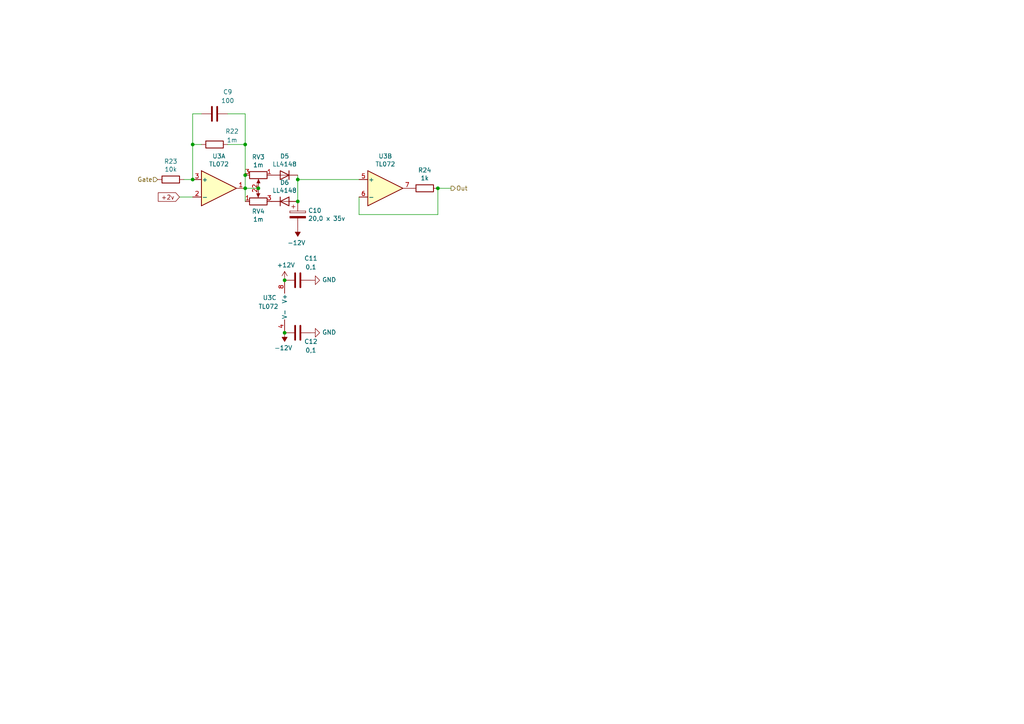
<source format=kicad_sch>
(kicad_sch (version 20211123) (generator eeschema)
  (paper "A4")
  (lib_symbols
    (symbol "Amplifier_Operational:TL072" (pin_names (offset 0.127))
      (property "Reference" "U" (at 0 5.08 0))
      (property "Value" "TL072" (at 0 -5.08 0))
      (symbol "TL072_1_1"
        (polyline (pts (xy -5.08 5.08) (xy 5.08 0) (xy -5.08 -5.08) (xy -5.08 5.08)) (stroke (width 0.254)) (fill (type background)))
        (pin output line (at 7.62 0 180) (length 2.54) (name "~") (number "1"))
        (pin input line (at -7.62 -2.54 0) (length 2.54) (name "-") (number "2"))
        (pin input line (at -7.62 2.54 0) (length 2.54) (name "+") (number "3"))
      )
      (symbol "TL072_2_1"
        (polyline (pts (xy -5.08 5.08) (xy 5.08 0) (xy -5.08 -5.08) (xy -5.08 5.08)) (stroke (width 0.254)) (fill (type background)))
        (pin input line (at -7.62 2.54 0) (length 2.54) (name "+") (number "5"))
        (pin input line (at -7.62 -2.54 0) (length 2.54) (name "-") (number "6"))
        (pin output line (at 7.62 0 180) (length 2.54) (name "~") (number "7"))
      )
      (symbol "TL072_3_1"
        (pin power_in line (at -2.54 -7.62 90) (length 3.81) (name "V-") (number "4"))
        (pin power_in line (at -2.54 7.62 270) (length 3.81) (name "V+") (number "8"))
      )
    )
    (symbol "Device:C" (pin_numbers hide) (pin_names (offset 0.254))
      (property "Reference" "C" (at 0.635 2.54 0))
      (property "Value" "C" (at 0.635 -2.54 0))
      (symbol "C_0_1"
        (polyline (pts (xy -2.032 -0.762) (xy 2.032 -0.762)) (stroke (width 0.508)))
        (polyline (pts (xy -2.032 0.762) (xy 2.032 0.762)) (stroke (width 0.508)))
      )
      (symbol "C_1_1"
        (pin passive line (at 0 3.81 270) (length 2.794) (name "~") (number "1"))
        (pin passive line (at 0 -3.81 90) (length 2.794) (name "~") (number "2"))
      )
    )
    (symbol "Device:R" (pin_numbers hide) (pin_names (offset 0))
      (property "Reference" "R" (at 2.032 0 90))
      (property "Value" "R" (at 0 0 90))
      (symbol "R_0_1"
        (rectangle (start -1.016 -2.54) (end 1.016 2.54) (stroke (width 0.254)))
      )
      (symbol "R_1_1"
        (pin passive line (at 0 3.81 270) (length 1.27) (name "~") (number "1"))
        (pin passive line (at 0 -3.81 90) (length 1.27) (name "~") (number "2"))
      )
    )
    (symbol "Diode:LL4148" (pin_numbers hide) (pin_names hide)
      (property "Reference" "D" (at 0 2.54 0))
      (property "Value" "LL4148" (at 0 -2.54 0))
      (symbol "LL4148_0_1"
        (polyline (pts (xy -1.27 1.27) (xy -1.27 -1.27)) (stroke (width 0.254)))
        (polyline (pts (xy 1.27 0) (xy -1.27 0)))
        (polyline (pts (xy 1.27 1.27) (xy 1.27 -1.27) (xy -1.27 0) (xy 1.27 1.27)) (stroke (width 0.254)))
      )
      (symbol "LL4148_1_1"
        (pin passive line (at -3.81 0 0) (length 2.54) (name "K") (number "1"))
        (pin passive line (at 3.81 0 180) (length 2.54) (name "A") (number "2"))
      )
    )
    (symbol "dz_ADAR-rescue:CP-Device" (pin_numbers hide) (pin_names (offset 0.254))
      (property "Reference" "C" (at 0.635 2.54 0))
      (property "Value" "CP-Device" (at 0.635 -2.54 0))
      (symbol "CP-Device_0_1"
        (rectangle (start -2.286 0.508) (end -2.286 1.016))
        (rectangle (start -2.286 0.508) (end 2.286 0.508))
        (polyline (pts (xy -1.778 2.286) (xy -0.762 2.286)))
        (polyline (pts (xy -1.27 2.794) (xy -1.27 1.778)))
        (rectangle (start 2.286 -0.508) (end -2.286 -1.016) (fill (type outline)))
        (rectangle (start 2.286 1.016) (end -2.286 1.016))
        (rectangle (start 2.286 1.016) (end 2.286 0.508))
      )
      (symbol "CP-Device_1_1"
        (pin passive line (at 0 3.81 270) (length 2.794) (name "~") (number "1"))
        (pin passive line (at 0 -3.81 90) (length 2.794) (name "~") (number "2"))
      )
    )
    (symbol "dz_ADAR-rescue:R_POT-Device" (pin_names (offset 1.016) hide)
      (property "Reference" "RV" (at -4.445 0 90))
      (property "Value" "R_POT-Device" (at -2.54 0 90))
      (symbol "R_POT-Device_0_1"
        (polyline (pts (xy 2.54 0) (xy 1.524 0)))
        (polyline (pts (xy 1.143 0) (xy 2.286 0.508) (xy 2.286 -0.508)) (fill (type outline)))
        (rectangle (start 1.016 2.54) (end -1.016 -2.54) (stroke (width 0.254)))
      )
      (symbol "R_POT-Device_1_1"
        (pin passive line (at 0 3.81 270) (length 1.27) (name "1") (number "1"))
        (pin passive line (at 3.81 0 180) (length 1.27) (name "2") (number "2"))
        (pin passive line (at 0 -3.81 90) (length 1.27) (name "3") (number "3"))
      )
    )
    (symbol "power:+12V" (power) (pin_names (offset 0))
      (property "Value" "+12V" (at 0 3.556 0))
      (symbol "+12V_0_1"
        (polyline (pts (xy -0.762 1.27) (xy 0 2.54)))
        (polyline (pts (xy 0 0) (xy 0 2.54)))
        (polyline (pts (xy 0 2.54) (xy 0.762 1.27)))
      )
      (symbol "+12V_1_1"
        (pin power_in line (at 0 0 90) (length 0) hide (name "+12V") (number "1"))
      )
    )
    (symbol "power:-12V" (power) (pin_names (offset 0))
      (property "Value" "-12V" (at 0 3.81 0))
      (symbol "-12V_0_0"
        (pin power_in line (at 0 0 90) (length 0) hide (name "-12V") (number "1"))
      )
      (symbol "-12V_0_1"
        (polyline (pts (xy 0 0) (xy 0 1.27) (xy 0.762 1.27) (xy 0 2.54) (xy -0.762 1.27) (xy 0 1.27)) (fill (type outline)))
      )
    )
    (symbol "power:GND" (power) (pin_names (offset 0))
      (property "Value" "GND" (at 0 -3.81 0))
      (symbol "GND_0_1"
        (polyline (pts (xy 0 0) (xy 0 -1.27) (xy 1.27 -1.27) (xy 0 -2.54) (xy -1.27 -1.27) (xy 0 -1.27)))
      )
      (symbol "GND_1_1"
        (pin power_in line (at 0 0 270) (length 0) hide (name "GND") (number "1"))
      )
    )
  )
  (junction (at 55.88 41.91))
  (junction (at 71.12 50.8))
  (junction (at 127 54.61))
  (junction (at 82.55 96.52))
  (junction (at 55.88 52.07))
  (junction (at 86.36 58.42))
  (junction (at 74.93 54.61))
  (junction (at 86.36 52.07))
  (junction (at 71.12 54.61))
  (junction (at 82.55 81.28))
  (junction (at 71.12 41.91))
  (wire (pts (xy 127 54.61) (xy 130.81 54.61)))
  (wire (pts (xy 86.36 50.8) (xy 86.36 52.07)))
  (wire (pts (xy 55.88 33.02) (xy 55.88 41.91)))
  (wire (pts (xy 71.12 33.02) (xy 66.04 33.02)))
  (wire (pts (xy 71.12 54.61) (xy 71.12 58.42)))
  (wire (pts (xy 104.14 57.15) (xy 104.14 62.23)))
  (wire (pts (xy 127 62.23) (xy 127 54.61)))
  (wire (pts (xy 104.14 62.23) (xy 127 62.23)))
  (wire (pts (xy 71.12 41.91) (xy 66.04 41.91)))
  (wire (pts (xy 71.12 41.91) (xy 71.12 33.02)))
  (wire (pts (xy 71.12 50.8) (xy 71.12 54.61)))
  (wire (pts (xy 71.12 50.8) (xy 71.12 41.91)))
  (wire (pts (xy 58.42 33.02) (xy 55.88 33.02)))
  (wire (pts (xy 71.12 54.61) (xy 74.93 54.61)))
  (wire (pts (xy 55.88 52.07) (xy 53.34 52.07)))
  (wire (pts (xy 52.07 57.15) (xy 55.88 57.15)))
  (wire (pts (xy 55.88 41.91) (xy 58.42 41.91)))
  (wire (pts (xy 104.14 52.07) (xy 86.36 52.07)))
  (wire (pts (xy 55.88 52.07) (xy 55.88 41.91)))
  (wire (pts (xy 86.36 52.07) (xy 86.36 58.42)))
  (global_label "+2v" (shape input) (at 52.07 57.15 180) (property "Intersheet References" "${INTERSHEET_REFS}" (effects hide)))
  (hierarchical_label "Out" (shape output) (at 130.81 54.61 0))
  (hierarchical_label "Gate" (shape input) (at 45.72 52.07 180))
  (symbol (lib_id "Amplifier_Operational:TL072") (at 63.5 54.61 0) (unit 1)
    (property "Reference" "U3" (at 63.5 45.2882 0))
    (property "Value" "TL072" (at 63.5 47.5996 0))
    (property "Footprint" "Package_DIP:DIP-8_W7.62mm_SMDSocket_SmallPads" (effects hide))
    (property "Datasheet" "http://www.ti.com/lit/ds/symlink/tl071.pdf" (effects hide))
  )
  (symbol (lib_id "Amplifier_Operational:TL072") (at 111.76 54.61 0) (unit 2)
    (property "Reference" "U3" (at 111.76 45.2882 0))
    (property "Value" "TL072" (at 111.76 47.5996 0))
    (property "Footprint" "Package_DIP:DIP-8_W7.62mm_SMDSocket_SmallPads" (effects hide))
    (property "Datasheet" "http://www.ti.com/lit/ds/symlink/tl071.pdf" (effects hide))
  )
  (symbol (lib_id "Amplifier_Operational:TL072") (at 85.09 88.9 0) (unit 3)
    (property "Reference" "U3" (at 76.2 86.36 0) (effects (justify left)))
    (property "Value" "TL072" (at 74.93 88.9 0) (effects (justify left)))
    (property "Footprint" "Package_DIP:DIP-8_W7.62mm_SMDSocket_SmallPads" (effects hide))
    (property "Datasheet" "http://www.ti.com/lit/ds/symlink/tl071.pdf" (effects hide))
  )
  (symbol (lib_id "power:+12V") (at 82.55 81.28 0) (unit 1)
    (property "Reference" "#PWR0125" (effects hide))
    (property "Value" "+12V" (at 82.931 76.8858 0))
  )
  (symbol (lib_id "power:-12V") (at 82.55 96.52 180) (unit 1)
    (property "Reference" "#PWR0126" (effects hide))
    (property "Value" "-12V" (at 82.169 100.9142 0))
  )
  (symbol (lib_id "Device:C") (at 86.36 81.28 270) (unit 1)
    (property "Reference" "C11" (at 90.17 74.93 90))
    (property "Value" "0,1" (at 90.17 77.47 90))
    (property "Footprint" "Capacitor_SMD:C_1206_3216Metric_Pad1.33x1.80mm_HandSolder" (effects hide))
  )
  (symbol (lib_id "Device:C") (at 86.36 96.52 270) (unit 1)
    (property "Reference" "C12" (at 90.17 99.06 90))
    (property "Value" "0,1" (at 90.17 101.6 90))
    (property "Footprint" "Capacitor_SMD:C_1206_3216Metric_Pad1.33x1.80mm_HandSolder" (effects hide))
  )
  (symbol (lib_id "power:GND") (at 90.17 81.28 90) (unit 1)
    (property "Reference" "#PWR0127" (effects hide))
    (property "Value" "GND" (at 93.4212 81.153 90) (effects (justify right)))
  )
  (symbol (lib_id "power:GND") (at 90.17 96.52 90) (unit 1)
    (property "Reference" "#PWR0128" (effects hide))
    (property "Value" "GND" (at 93.4212 96.393 90) (effects (justify right)))
  )
  (symbol (lib_id "Device:R") (at 49.53 52.07 270) (unit 1)
    (property "Reference" "R23" (at 49.53 46.8122 90))
    (property "Value" "10k" (at 49.53 49.1236 90))
    (property "Footprint" "Resistor_SMD:R_1206_3216Metric_Pad1.30x1.75mm_HandSolder" (effects hide))
  )
  (symbol (lib_id "dz_ADAR-rescue:R_POT-Device") (at 74.93 50.8 270) (unit 1)
    (property "Reference" "RV3" (at 74.93 45.5422 90))
    (property "Value" "1m" (at 74.93 47.8536 90))
    (property "Footprint" "Potentiometer_THT:Potentiometer_Alps_RK097_Single_Horizontal" (effects hide))
  )
  (symbol (lib_id "dz_ADAR-rescue:R_POT-Device") (at 74.93 58.42 90) (unit 1)
    (property "Reference" "RV4" (at 74.93 61.3156 90))
    (property "Value" "1m" (at 74.93 63.627 90))
    (property "Footprint" "Potentiometer_THT:Potentiometer_Alps_RK097_Single_Horizontal" (effects hide))
  )
  (symbol (lib_id "Diode:LL4148") (at 82.55 50.8 180) (unit 1)
    (property "Reference" "D5" (at 82.55 45.3136 0))
    (property "Value" "LL4148" (at 82.55 47.625 0))
    (property "Footprint" "Diode_SMD:D_MiniMELF" (effects hide))
    (property "Datasheet" "http://www.vishay.com/docs/85557/ll4148.pdf" (effects hide))
  )
  (symbol (lib_id "Diode:LL4148") (at 82.55 58.42 0) (unit 1)
    (property "Reference" "D6" (at 82.55 52.9336 0))
    (property "Value" "LL4148" (at 82.55 55.245 0))
    (property "Footprint" "Diode_SMD:D_MiniMELF" (effects hide))
    (property "Datasheet" "http://www.vishay.com/docs/85557/ll4148.pdf" (effects hide))
  )
  (symbol (lib_id "dz_ADAR-rescue:CP-Device") (at 86.36 62.23 0) (unit 1)
    (property "Reference" "C10" (at 89.3572 61.0616 0) (effects (justify left)))
    (property "Value" "20,0 x 35v" (at 89.3572 63.373 0) (effects (justify left)))
    (property "Footprint" "Capacitor_THT:CP_Radial_D7.5mm_P2.50mm" (effects hide))
  )
  (symbol (lib_id "power:-12V") (at 86.36 66.04 180) (unit 1)
    (property "Reference" "#PWR0124" (effects hide))
    (property "Value" "-12V" (at 85.979 70.4342 0))
  )
  (symbol (lib_id "Device:R") (at 123.19 54.61 270) (unit 1)
    (property "Reference" "R24" (at 123.19 49.3522 90))
    (property "Value" "1k" (at 123.19 51.6636 90))
    (property "Footprint" "Resistor_SMD:R_1206_3216Metric_Pad1.30x1.75mm_HandSolder" (effects hide))
  )
  (symbol (lib_id "Device:C") (at 62.23 33.02 270) (unit 1)
    (property "Reference" "C9" (at 66.04 26.67 90))
    (property "Value" "100" (at 66.04 29.21 90))
    (property "Footprint" "Capacitor_THT:C_Disc_D7.5mm_W5.0mm_P7.50mm" (effects hide))
  )
  (symbol (lib_id "Device:R") (at 62.23 41.91 270) (unit 1)
    (property "Reference" "R22" (at 67.31 38.1 90))
    (property "Value" "1m" (at 67.31 40.64 90))
    (property "Footprint" "Resistor_SMD:R_1206_3216Metric_Pad1.30x1.75mm_HandSolder" (effects hide))
  )
)
</source>
